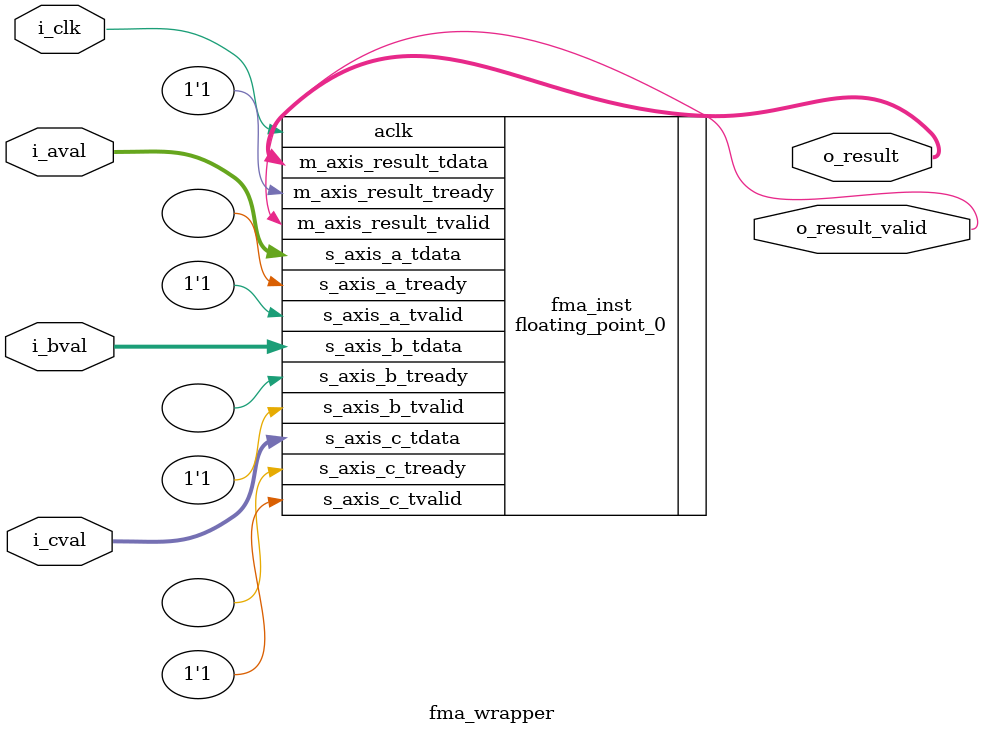
<source format=v>
`timescale 1ns / 1ps

module fma_wrapper
(
    input   wire    i_clk,
    input   wire    [31:0]i_aval,
    input   wire    [31:0]i_bval,
    input   wire    [31:0]i_cval,
    output  wire    [31:0]o_result,
    output  wire    o_result_valid
);  
    floating_point_0 fma_inst
    (
        .aclk(i_clk),                           // input wire aclk
        .s_axis_a_tvalid(1'b1),                 // input wire s_axis_a_tvalid
        .s_axis_a_tready(),                     // output wire s_axis_a_tready
        .s_axis_a_tdata(i_aval),                // input wire [31 : 0] s_axis_a_tdata
        .s_axis_b_tvalid(1'b1),                 // input wire s_axis_b_tvalid
        .s_axis_b_tready(),                     // output wire s_axis_b_tready
        .s_axis_b_tdata(i_bval),                // input wire [31 : 0] s_axis_b_tdata
        .s_axis_c_tvalid(1'b1),                 // input wire s_axis_c_tvalid
        .s_axis_c_tready(),                     // output wire s_axis_c_tready
        .s_axis_c_tdata(i_cval),                // input wire [31 : 0] s_axis_c_tdata
        .m_axis_result_tvalid(o_result_valid),  // output wire m_axis_result_tvalid
        .m_axis_result_tready(1'b1),            // input wire m_axis_result_tready
        .m_axis_result_tdata(o_result)          // output wire [31 : 0] m_axis_result_tdata
    );
endmodule

</source>
